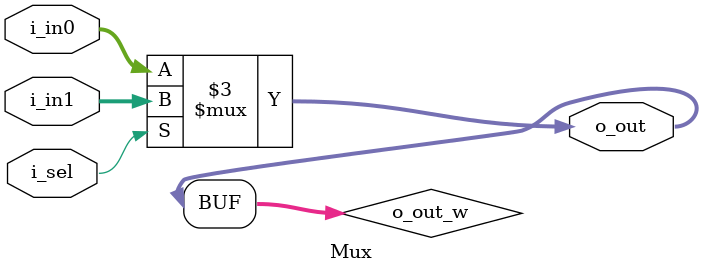
<source format=v>
module Mux #(
	parameter ADDR_W = 64,
	parameter INST_W = 32,
	parameter DATA_W = 64
)(
    input i_sel,
    input [DATA_W-1:0] i_in0,
    input [DATA_W-1:0] i_in1,
    output [DATA_W-1:0] o_out
);

reg [DATA_W-1:0] o_out_w;

assign o_out = o_out_w;

always @(*) begin
    if (i_sel) begin // sel 1
        o_out_w = i_in1;
    end else begin   // sel 0
        o_out_w = i_in0;
    end
end

endmodule
</source>
